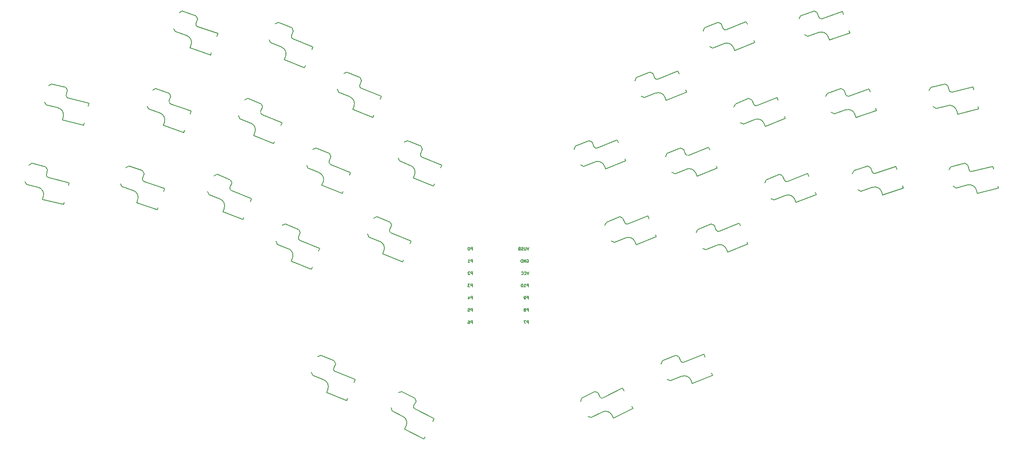
<source format=gbo>
G04 #@! TF.GenerationSoftware,KiCad,Pcbnew,7.0.5-0*
G04 #@! TF.CreationDate,2023-07-18T22:32:37-04:00*
G04 #@! TF.ProjectId,tern,7465726e-2e6b-4696-9361-645f70636258,v1.0.0*
G04 #@! TF.SameCoordinates,Original*
G04 #@! TF.FileFunction,Legend,Bot*
G04 #@! TF.FilePolarity,Positive*
%FSLAX46Y46*%
G04 Gerber Fmt 4.6, Leading zero omitted, Abs format (unit mm)*
G04 Created by KiCad (PCBNEW 7.0.5-0) date 2023-07-18 22:32:37*
%MOMM*%
%LPD*%
G01*
G04 APERTURE LIST*
G04 Aperture macros list*
%AMRotRect*
0 Rectangle, with rotation*
0 The origin of the aperture is its center*
0 $1 length*
0 $2 width*
0 $3 Rotation angle, in degrees counterclockwise*
0 Add horizontal line*
21,1,$1,$2,0,0,$3*%
G04 Aperture macros list end*
%ADD10C,0.150000*%
%ADD11O,2.750000X1.800000*%
%ADD12R,2.750000X1.800000*%
%ADD13C,1.701800*%
%ADD14C,3.000000*%
%ADD15C,3.429000*%
%ADD16RotRect,2.600000X2.600000X19.000000*%
%ADD17RotRect,2.600000X2.600000X22.000000*%
%ADD18RotRect,2.600000X2.600000X341.000000*%
%ADD19RotRect,2.600000X2.600000X346.000000*%
%ADD20RotRect,2.600000X2.600000X338.000000*%
%ADD21RotRect,2.600000X2.600000X14.000000*%
%ADD22C,2.200000*%
%ADD23C,4.400000*%
%ADD24RotRect,2.600000X2.600000X333.000000*%
%ADD25RotRect,2.600000X2.600000X27.000000*%
G04 APERTURE END LIST*
D10*
X227522256Y-164759353D02*
X227522256Y-164159353D01*
X227522256Y-164159353D02*
X227293685Y-164159353D01*
X227293685Y-164159353D02*
X227236542Y-164187924D01*
X227236542Y-164187924D02*
X227207971Y-164216496D01*
X227207971Y-164216496D02*
X227179399Y-164273639D01*
X227179399Y-164273639D02*
X227179399Y-164359353D01*
X227179399Y-164359353D02*
X227207971Y-164416496D01*
X227207971Y-164416496D02*
X227236542Y-164445067D01*
X227236542Y-164445067D02*
X227293685Y-164473639D01*
X227293685Y-164473639D02*
X227522256Y-164473639D01*
X226607971Y-164759353D02*
X226950828Y-164759353D01*
X226779399Y-164759353D02*
X226779399Y-164159353D01*
X226779399Y-164159353D02*
X226836542Y-164245067D01*
X226836542Y-164245067D02*
X226893685Y-164302210D01*
X226893685Y-164302210D02*
X226950828Y-164330782D01*
X239153459Y-174919353D02*
X239153459Y-174319353D01*
X239153459Y-174319353D02*
X238924888Y-174319353D01*
X238924888Y-174319353D02*
X238867745Y-174347924D01*
X238867745Y-174347924D02*
X238839174Y-174376496D01*
X238839174Y-174376496D02*
X238810602Y-174433639D01*
X238810602Y-174433639D02*
X238810602Y-174519353D01*
X238810602Y-174519353D02*
X238839174Y-174576496D01*
X238839174Y-174576496D02*
X238867745Y-174605067D01*
X238867745Y-174605067D02*
X238924888Y-174633639D01*
X238924888Y-174633639D02*
X239153459Y-174633639D01*
X238467745Y-174576496D02*
X238524888Y-174547924D01*
X238524888Y-174547924D02*
X238553459Y-174519353D01*
X238553459Y-174519353D02*
X238582031Y-174462210D01*
X238582031Y-174462210D02*
X238582031Y-174433639D01*
X238582031Y-174433639D02*
X238553459Y-174376496D01*
X238553459Y-174376496D02*
X238524888Y-174347924D01*
X238524888Y-174347924D02*
X238467745Y-174319353D01*
X238467745Y-174319353D02*
X238353459Y-174319353D01*
X238353459Y-174319353D02*
X238296317Y-174347924D01*
X238296317Y-174347924D02*
X238267745Y-174376496D01*
X238267745Y-174376496D02*
X238239174Y-174433639D01*
X238239174Y-174433639D02*
X238239174Y-174462210D01*
X238239174Y-174462210D02*
X238267745Y-174519353D01*
X238267745Y-174519353D02*
X238296317Y-174547924D01*
X238296317Y-174547924D02*
X238353459Y-174576496D01*
X238353459Y-174576496D02*
X238467745Y-174576496D01*
X238467745Y-174576496D02*
X238524888Y-174605067D01*
X238524888Y-174605067D02*
X238553459Y-174633639D01*
X238553459Y-174633639D02*
X238582031Y-174690782D01*
X238582031Y-174690782D02*
X238582031Y-174805067D01*
X238582031Y-174805067D02*
X238553459Y-174862210D01*
X238553459Y-174862210D02*
X238524888Y-174890782D01*
X238524888Y-174890782D02*
X238467745Y-174919353D01*
X238467745Y-174919353D02*
X238353459Y-174919353D01*
X238353459Y-174919353D02*
X238296317Y-174890782D01*
X238296317Y-174890782D02*
X238267745Y-174862210D01*
X238267745Y-174862210D02*
X238239174Y-174805067D01*
X238239174Y-174805067D02*
X238239174Y-174690782D01*
X238239174Y-174690782D02*
X238267745Y-174633639D01*
X238267745Y-174633639D02*
X238296317Y-174605067D01*
X238296317Y-174605067D02*
X238353459Y-174576496D01*
X227522256Y-174919353D02*
X227522256Y-174319353D01*
X227522256Y-174319353D02*
X227293685Y-174319353D01*
X227293685Y-174319353D02*
X227236542Y-174347924D01*
X227236542Y-174347924D02*
X227207971Y-174376496D01*
X227207971Y-174376496D02*
X227179399Y-174433639D01*
X227179399Y-174433639D02*
X227179399Y-174519353D01*
X227179399Y-174519353D02*
X227207971Y-174576496D01*
X227207971Y-174576496D02*
X227236542Y-174605067D01*
X227236542Y-174605067D02*
X227293685Y-174633639D01*
X227293685Y-174633639D02*
X227522256Y-174633639D01*
X226636542Y-174319353D02*
X226922256Y-174319353D01*
X226922256Y-174319353D02*
X226950828Y-174605067D01*
X226950828Y-174605067D02*
X226922256Y-174576496D01*
X226922256Y-174576496D02*
X226865114Y-174547924D01*
X226865114Y-174547924D02*
X226722256Y-174547924D01*
X226722256Y-174547924D02*
X226665114Y-174576496D01*
X226665114Y-174576496D02*
X226636542Y-174605067D01*
X226636542Y-174605067D02*
X226607971Y-174662210D01*
X226607971Y-174662210D02*
X226607971Y-174805067D01*
X226607971Y-174805067D02*
X226636542Y-174862210D01*
X226636542Y-174862210D02*
X226665114Y-174890782D01*
X226665114Y-174890782D02*
X226722256Y-174919353D01*
X226722256Y-174919353D02*
X226865114Y-174919353D01*
X226865114Y-174919353D02*
X226922256Y-174890782D01*
X226922256Y-174890782D02*
X226950828Y-174862210D01*
X239153459Y-177459353D02*
X239153459Y-176859353D01*
X239153459Y-176859353D02*
X238924888Y-176859353D01*
X238924888Y-176859353D02*
X238867745Y-176887924D01*
X238867745Y-176887924D02*
X238839174Y-176916496D01*
X238839174Y-176916496D02*
X238810602Y-176973639D01*
X238810602Y-176973639D02*
X238810602Y-177059353D01*
X238810602Y-177059353D02*
X238839174Y-177116496D01*
X238839174Y-177116496D02*
X238867745Y-177145067D01*
X238867745Y-177145067D02*
X238924888Y-177173639D01*
X238924888Y-177173639D02*
X239153459Y-177173639D01*
X238610602Y-176859353D02*
X238210602Y-176859353D01*
X238210602Y-176859353D02*
X238467745Y-177459353D01*
X239239174Y-166699353D02*
X239039174Y-167299353D01*
X239039174Y-167299353D02*
X238839174Y-166699353D01*
X238296316Y-167242210D02*
X238324888Y-167270782D01*
X238324888Y-167270782D02*
X238410602Y-167299353D01*
X238410602Y-167299353D02*
X238467745Y-167299353D01*
X238467745Y-167299353D02*
X238553459Y-167270782D01*
X238553459Y-167270782D02*
X238610602Y-167213639D01*
X238610602Y-167213639D02*
X238639173Y-167156496D01*
X238639173Y-167156496D02*
X238667745Y-167042210D01*
X238667745Y-167042210D02*
X238667745Y-166956496D01*
X238667745Y-166956496D02*
X238639173Y-166842210D01*
X238639173Y-166842210D02*
X238610602Y-166785067D01*
X238610602Y-166785067D02*
X238553459Y-166727924D01*
X238553459Y-166727924D02*
X238467745Y-166699353D01*
X238467745Y-166699353D02*
X238410602Y-166699353D01*
X238410602Y-166699353D02*
X238324888Y-166727924D01*
X238324888Y-166727924D02*
X238296316Y-166756496D01*
X237696316Y-167242210D02*
X237724888Y-167270782D01*
X237724888Y-167270782D02*
X237810602Y-167299353D01*
X237810602Y-167299353D02*
X237867745Y-167299353D01*
X237867745Y-167299353D02*
X237953459Y-167270782D01*
X237953459Y-167270782D02*
X238010602Y-167213639D01*
X238010602Y-167213639D02*
X238039173Y-167156496D01*
X238039173Y-167156496D02*
X238067745Y-167042210D01*
X238067745Y-167042210D02*
X238067745Y-166956496D01*
X238067745Y-166956496D02*
X238039173Y-166842210D01*
X238039173Y-166842210D02*
X238010602Y-166785067D01*
X238010602Y-166785067D02*
X237953459Y-166727924D01*
X237953459Y-166727924D02*
X237867745Y-166699353D01*
X237867745Y-166699353D02*
X237810602Y-166699353D01*
X237810602Y-166699353D02*
X237724888Y-166727924D01*
X237724888Y-166727924D02*
X237696316Y-166756496D01*
X227522256Y-177459353D02*
X227522256Y-176859353D01*
X227522256Y-176859353D02*
X227293685Y-176859353D01*
X227293685Y-176859353D02*
X227236542Y-176887924D01*
X227236542Y-176887924D02*
X227207971Y-176916496D01*
X227207971Y-176916496D02*
X227179399Y-176973639D01*
X227179399Y-176973639D02*
X227179399Y-177059353D01*
X227179399Y-177059353D02*
X227207971Y-177116496D01*
X227207971Y-177116496D02*
X227236542Y-177145067D01*
X227236542Y-177145067D02*
X227293685Y-177173639D01*
X227293685Y-177173639D02*
X227522256Y-177173639D01*
X226665114Y-176859353D02*
X226779399Y-176859353D01*
X226779399Y-176859353D02*
X226836542Y-176887924D01*
X226836542Y-176887924D02*
X226865114Y-176916496D01*
X226865114Y-176916496D02*
X226922256Y-177002210D01*
X226922256Y-177002210D02*
X226950828Y-177116496D01*
X226950828Y-177116496D02*
X226950828Y-177345067D01*
X226950828Y-177345067D02*
X226922256Y-177402210D01*
X226922256Y-177402210D02*
X226893685Y-177430782D01*
X226893685Y-177430782D02*
X226836542Y-177459353D01*
X226836542Y-177459353D02*
X226722256Y-177459353D01*
X226722256Y-177459353D02*
X226665114Y-177430782D01*
X226665114Y-177430782D02*
X226636542Y-177402210D01*
X226636542Y-177402210D02*
X226607971Y-177345067D01*
X226607971Y-177345067D02*
X226607971Y-177202210D01*
X226607971Y-177202210D02*
X226636542Y-177145067D01*
X226636542Y-177145067D02*
X226665114Y-177116496D01*
X226665114Y-177116496D02*
X226722256Y-177087924D01*
X226722256Y-177087924D02*
X226836542Y-177087924D01*
X226836542Y-177087924D02*
X226893685Y-177116496D01*
X226893685Y-177116496D02*
X226922256Y-177145067D01*
X226922256Y-177145067D02*
X226950828Y-177202210D01*
X239239174Y-161619353D02*
X239039174Y-162219353D01*
X239039174Y-162219353D02*
X238839174Y-161619353D01*
X238639173Y-161619353D02*
X238639173Y-162105067D01*
X238639173Y-162105067D02*
X238610602Y-162162210D01*
X238610602Y-162162210D02*
X238582031Y-162190782D01*
X238582031Y-162190782D02*
X238524888Y-162219353D01*
X238524888Y-162219353D02*
X238410602Y-162219353D01*
X238410602Y-162219353D02*
X238353459Y-162190782D01*
X238353459Y-162190782D02*
X238324888Y-162162210D01*
X238324888Y-162162210D02*
X238296316Y-162105067D01*
X238296316Y-162105067D02*
X238296316Y-161619353D01*
X238039174Y-162190782D02*
X237953460Y-162219353D01*
X237953460Y-162219353D02*
X237810602Y-162219353D01*
X237810602Y-162219353D02*
X237753460Y-162190782D01*
X237753460Y-162190782D02*
X237724888Y-162162210D01*
X237724888Y-162162210D02*
X237696317Y-162105067D01*
X237696317Y-162105067D02*
X237696317Y-162047924D01*
X237696317Y-162047924D02*
X237724888Y-161990782D01*
X237724888Y-161990782D02*
X237753460Y-161962210D01*
X237753460Y-161962210D02*
X237810602Y-161933639D01*
X237810602Y-161933639D02*
X237924888Y-161905067D01*
X237924888Y-161905067D02*
X237982031Y-161876496D01*
X237982031Y-161876496D02*
X238010602Y-161847924D01*
X238010602Y-161847924D02*
X238039174Y-161790782D01*
X238039174Y-161790782D02*
X238039174Y-161733639D01*
X238039174Y-161733639D02*
X238010602Y-161676496D01*
X238010602Y-161676496D02*
X237982031Y-161647924D01*
X237982031Y-161647924D02*
X237924888Y-161619353D01*
X237924888Y-161619353D02*
X237782031Y-161619353D01*
X237782031Y-161619353D02*
X237696317Y-161647924D01*
X237239173Y-161905067D02*
X237153459Y-161933639D01*
X237153459Y-161933639D02*
X237124888Y-161962210D01*
X237124888Y-161962210D02*
X237096316Y-162019353D01*
X237096316Y-162019353D02*
X237096316Y-162105067D01*
X237096316Y-162105067D02*
X237124888Y-162162210D01*
X237124888Y-162162210D02*
X237153459Y-162190782D01*
X237153459Y-162190782D02*
X237210602Y-162219353D01*
X237210602Y-162219353D02*
X237439173Y-162219353D01*
X237439173Y-162219353D02*
X237439173Y-161619353D01*
X237439173Y-161619353D02*
X237239173Y-161619353D01*
X237239173Y-161619353D02*
X237182031Y-161647924D01*
X237182031Y-161647924D02*
X237153459Y-161676496D01*
X237153459Y-161676496D02*
X237124888Y-161733639D01*
X237124888Y-161733639D02*
X237124888Y-161790782D01*
X237124888Y-161790782D02*
X237153459Y-161847924D01*
X237153459Y-161847924D02*
X237182031Y-161876496D01*
X237182031Y-161876496D02*
X237239173Y-161905067D01*
X237239173Y-161905067D02*
X237439173Y-161905067D01*
X227522256Y-167299353D02*
X227522256Y-166699353D01*
X227522256Y-166699353D02*
X227293685Y-166699353D01*
X227293685Y-166699353D02*
X227236542Y-166727924D01*
X227236542Y-166727924D02*
X227207971Y-166756496D01*
X227207971Y-166756496D02*
X227179399Y-166813639D01*
X227179399Y-166813639D02*
X227179399Y-166899353D01*
X227179399Y-166899353D02*
X227207971Y-166956496D01*
X227207971Y-166956496D02*
X227236542Y-166985067D01*
X227236542Y-166985067D02*
X227293685Y-167013639D01*
X227293685Y-167013639D02*
X227522256Y-167013639D01*
X226950828Y-166756496D02*
X226922256Y-166727924D01*
X226922256Y-166727924D02*
X226865114Y-166699353D01*
X226865114Y-166699353D02*
X226722256Y-166699353D01*
X226722256Y-166699353D02*
X226665114Y-166727924D01*
X226665114Y-166727924D02*
X226636542Y-166756496D01*
X226636542Y-166756496D02*
X226607971Y-166813639D01*
X226607971Y-166813639D02*
X226607971Y-166870782D01*
X226607971Y-166870782D02*
X226636542Y-166956496D01*
X226636542Y-166956496D02*
X226979399Y-167299353D01*
X226979399Y-167299353D02*
X226607971Y-167299353D01*
X227522256Y-172379353D02*
X227522256Y-171779353D01*
X227522256Y-171779353D02*
X227293685Y-171779353D01*
X227293685Y-171779353D02*
X227236542Y-171807924D01*
X227236542Y-171807924D02*
X227207971Y-171836496D01*
X227207971Y-171836496D02*
X227179399Y-171893639D01*
X227179399Y-171893639D02*
X227179399Y-171979353D01*
X227179399Y-171979353D02*
X227207971Y-172036496D01*
X227207971Y-172036496D02*
X227236542Y-172065067D01*
X227236542Y-172065067D02*
X227293685Y-172093639D01*
X227293685Y-172093639D02*
X227522256Y-172093639D01*
X226665114Y-171979353D02*
X226665114Y-172379353D01*
X226807971Y-171750782D02*
X226950828Y-172179353D01*
X226950828Y-172179353D02*
X226579399Y-172179353D01*
X227522256Y-169839353D02*
X227522256Y-169239353D01*
X227522256Y-169239353D02*
X227293685Y-169239353D01*
X227293685Y-169239353D02*
X227236542Y-169267924D01*
X227236542Y-169267924D02*
X227207971Y-169296496D01*
X227207971Y-169296496D02*
X227179399Y-169353639D01*
X227179399Y-169353639D02*
X227179399Y-169439353D01*
X227179399Y-169439353D02*
X227207971Y-169496496D01*
X227207971Y-169496496D02*
X227236542Y-169525067D01*
X227236542Y-169525067D02*
X227293685Y-169553639D01*
X227293685Y-169553639D02*
X227522256Y-169553639D01*
X226979399Y-169239353D02*
X226607971Y-169239353D01*
X226607971Y-169239353D02*
X226807971Y-169467924D01*
X226807971Y-169467924D02*
X226722256Y-169467924D01*
X226722256Y-169467924D02*
X226665114Y-169496496D01*
X226665114Y-169496496D02*
X226636542Y-169525067D01*
X226636542Y-169525067D02*
X226607971Y-169582210D01*
X226607971Y-169582210D02*
X226607971Y-169725067D01*
X226607971Y-169725067D02*
X226636542Y-169782210D01*
X226636542Y-169782210D02*
X226665114Y-169810782D01*
X226665114Y-169810782D02*
X226722256Y-169839353D01*
X226722256Y-169839353D02*
X226893685Y-169839353D01*
X226893685Y-169839353D02*
X226950828Y-169810782D01*
X226950828Y-169810782D02*
X226979399Y-169782210D01*
X238839174Y-164187924D02*
X238896317Y-164159353D01*
X238896317Y-164159353D02*
X238982031Y-164159353D01*
X238982031Y-164159353D02*
X239067745Y-164187924D01*
X239067745Y-164187924D02*
X239124888Y-164245067D01*
X239124888Y-164245067D02*
X239153459Y-164302210D01*
X239153459Y-164302210D02*
X239182031Y-164416496D01*
X239182031Y-164416496D02*
X239182031Y-164502210D01*
X239182031Y-164502210D02*
X239153459Y-164616496D01*
X239153459Y-164616496D02*
X239124888Y-164673639D01*
X239124888Y-164673639D02*
X239067745Y-164730782D01*
X239067745Y-164730782D02*
X238982031Y-164759353D01*
X238982031Y-164759353D02*
X238924888Y-164759353D01*
X238924888Y-164759353D02*
X238839174Y-164730782D01*
X238839174Y-164730782D02*
X238810602Y-164702210D01*
X238810602Y-164702210D02*
X238810602Y-164502210D01*
X238810602Y-164502210D02*
X238924888Y-164502210D01*
X238553459Y-164759353D02*
X238553459Y-164159353D01*
X238553459Y-164159353D02*
X238210602Y-164759353D01*
X238210602Y-164759353D02*
X238210602Y-164159353D01*
X237924888Y-164759353D02*
X237924888Y-164159353D01*
X237924888Y-164159353D02*
X237782031Y-164159353D01*
X237782031Y-164159353D02*
X237696317Y-164187924D01*
X237696317Y-164187924D02*
X237639174Y-164245067D01*
X237639174Y-164245067D02*
X237610603Y-164302210D01*
X237610603Y-164302210D02*
X237582031Y-164416496D01*
X237582031Y-164416496D02*
X237582031Y-164502210D01*
X237582031Y-164502210D02*
X237610603Y-164616496D01*
X237610603Y-164616496D02*
X237639174Y-164673639D01*
X237639174Y-164673639D02*
X237696317Y-164730782D01*
X237696317Y-164730782D02*
X237782031Y-164759353D01*
X237782031Y-164759353D02*
X237924888Y-164759353D01*
X239153459Y-172379353D02*
X239153459Y-171779353D01*
X239153459Y-171779353D02*
X238924888Y-171779353D01*
X238924888Y-171779353D02*
X238867745Y-171807924D01*
X238867745Y-171807924D02*
X238839174Y-171836496D01*
X238839174Y-171836496D02*
X238810602Y-171893639D01*
X238810602Y-171893639D02*
X238810602Y-171979353D01*
X238810602Y-171979353D02*
X238839174Y-172036496D01*
X238839174Y-172036496D02*
X238867745Y-172065067D01*
X238867745Y-172065067D02*
X238924888Y-172093639D01*
X238924888Y-172093639D02*
X239153459Y-172093639D01*
X238524888Y-172379353D02*
X238410602Y-172379353D01*
X238410602Y-172379353D02*
X238353459Y-172350782D01*
X238353459Y-172350782D02*
X238324888Y-172322210D01*
X238324888Y-172322210D02*
X238267745Y-172236496D01*
X238267745Y-172236496D02*
X238239174Y-172122210D01*
X238239174Y-172122210D02*
X238239174Y-171893639D01*
X238239174Y-171893639D02*
X238267745Y-171836496D01*
X238267745Y-171836496D02*
X238296317Y-171807924D01*
X238296317Y-171807924D02*
X238353459Y-171779353D01*
X238353459Y-171779353D02*
X238467745Y-171779353D01*
X238467745Y-171779353D02*
X238524888Y-171807924D01*
X238524888Y-171807924D02*
X238553459Y-171836496D01*
X238553459Y-171836496D02*
X238582031Y-171893639D01*
X238582031Y-171893639D02*
X238582031Y-172036496D01*
X238582031Y-172036496D02*
X238553459Y-172093639D01*
X238553459Y-172093639D02*
X238524888Y-172122210D01*
X238524888Y-172122210D02*
X238467745Y-172150782D01*
X238467745Y-172150782D02*
X238353459Y-172150782D01*
X238353459Y-172150782D02*
X238296317Y-172122210D01*
X238296317Y-172122210D02*
X238267745Y-172093639D01*
X238267745Y-172093639D02*
X238239174Y-172036496D01*
X227522256Y-162219353D02*
X227522256Y-161619353D01*
X227522256Y-161619353D02*
X227293685Y-161619353D01*
X227293685Y-161619353D02*
X227236542Y-161647924D01*
X227236542Y-161647924D02*
X227207971Y-161676496D01*
X227207971Y-161676496D02*
X227179399Y-161733639D01*
X227179399Y-161733639D02*
X227179399Y-161819353D01*
X227179399Y-161819353D02*
X227207971Y-161876496D01*
X227207971Y-161876496D02*
X227236542Y-161905067D01*
X227236542Y-161905067D02*
X227293685Y-161933639D01*
X227293685Y-161933639D02*
X227522256Y-161933639D01*
X226807971Y-161619353D02*
X226750828Y-161619353D01*
X226750828Y-161619353D02*
X226693685Y-161647924D01*
X226693685Y-161647924D02*
X226665114Y-161676496D01*
X226665114Y-161676496D02*
X226636542Y-161733639D01*
X226636542Y-161733639D02*
X226607971Y-161847924D01*
X226607971Y-161847924D02*
X226607971Y-161990782D01*
X226607971Y-161990782D02*
X226636542Y-162105067D01*
X226636542Y-162105067D02*
X226665114Y-162162210D01*
X226665114Y-162162210D02*
X226693685Y-162190782D01*
X226693685Y-162190782D02*
X226750828Y-162219353D01*
X226750828Y-162219353D02*
X226807971Y-162219353D01*
X226807971Y-162219353D02*
X226865114Y-162190782D01*
X226865114Y-162190782D02*
X226893685Y-162162210D01*
X226893685Y-162162210D02*
X226922256Y-162105067D01*
X226922256Y-162105067D02*
X226950828Y-161990782D01*
X226950828Y-161990782D02*
X226950828Y-161847924D01*
X226950828Y-161847924D02*
X226922256Y-161733639D01*
X226922256Y-161733639D02*
X226893685Y-161676496D01*
X226893685Y-161676496D02*
X226865114Y-161647924D01*
X226865114Y-161647924D02*
X226807971Y-161619353D01*
X239153459Y-169839353D02*
X239153459Y-169239353D01*
X239153459Y-169239353D02*
X238924888Y-169239353D01*
X238924888Y-169239353D02*
X238867745Y-169267924D01*
X238867745Y-169267924D02*
X238839174Y-169296496D01*
X238839174Y-169296496D02*
X238810602Y-169353639D01*
X238810602Y-169353639D02*
X238810602Y-169439353D01*
X238810602Y-169439353D02*
X238839174Y-169496496D01*
X238839174Y-169496496D02*
X238867745Y-169525067D01*
X238867745Y-169525067D02*
X238924888Y-169553639D01*
X238924888Y-169553639D02*
X239153459Y-169553639D01*
X238239174Y-169839353D02*
X238582031Y-169839353D01*
X238410602Y-169839353D02*
X238410602Y-169239353D01*
X238410602Y-169239353D02*
X238467745Y-169325067D01*
X238467745Y-169325067D02*
X238524888Y-169382210D01*
X238524888Y-169382210D02*
X238582031Y-169410782D01*
X237867745Y-169239353D02*
X237810602Y-169239353D01*
X237810602Y-169239353D02*
X237753459Y-169267924D01*
X237753459Y-169267924D02*
X237724888Y-169296496D01*
X237724888Y-169296496D02*
X237696316Y-169353639D01*
X237696316Y-169353639D02*
X237667745Y-169467924D01*
X237667745Y-169467924D02*
X237667745Y-169610782D01*
X237667745Y-169610782D02*
X237696316Y-169725067D01*
X237696316Y-169725067D02*
X237724888Y-169782210D01*
X237724888Y-169782210D02*
X237753459Y-169810782D01*
X237753459Y-169810782D02*
X237810602Y-169839353D01*
X237810602Y-169839353D02*
X237867745Y-169839353D01*
X237867745Y-169839353D02*
X237924888Y-169810782D01*
X237924888Y-169810782D02*
X237953459Y-169782210D01*
X237953459Y-169782210D02*
X237982030Y-169725067D01*
X237982030Y-169725067D02*
X238010602Y-169610782D01*
X238010602Y-169610782D02*
X238010602Y-169467924D01*
X238010602Y-169467924D02*
X237982030Y-169353639D01*
X237982030Y-169353639D02*
X237953459Y-169296496D01*
X237953459Y-169296496D02*
X237924888Y-169267924D01*
X237924888Y-169267924D02*
X237867745Y-169239353D01*
X249963239Y-193572220D02*
X250181747Y-192899721D01*
X251552206Y-196690743D02*
X252224704Y-196909251D01*
X250181747Y-192899721D02*
X252854767Y-191537750D01*
X252224704Y-196909251D02*
X254452221Y-195774274D01*
X252854767Y-191537750D02*
X253527265Y-191756258D01*
X253981256Y-192647264D02*
X253527265Y-191756258D01*
X256469716Y-196429798D02*
X256787510Y-197053503D01*
X256787510Y-197053503D02*
X260797039Y-195010546D01*
X258663284Y-190822815D02*
X254653754Y-192865772D01*
X258935678Y-191357419D02*
X258663284Y-190822815D01*
X260797039Y-195010546D02*
X260570044Y-194565042D01*
X256469715Y-196429799D02*
G75*
G03*
X254452221Y-195774275I-1336509J-680985D01*
G01*
X253981257Y-192647264D02*
G75*
G03*
X254653754Y-192865771I445502J226995D01*
G01*
X266631523Y-185784305D02*
X266907811Y-185133409D01*
X267942646Y-189029448D02*
X268593541Y-189305737D01*
X266907811Y-185133409D02*
X269689363Y-184009590D01*
X268593541Y-189305737D02*
X270911500Y-188369220D01*
X269689363Y-184009590D02*
X270340258Y-184285878D01*
X270714865Y-185213062D02*
X270340258Y-184285878D01*
X272864186Y-189198086D02*
X273126411Y-189847115D01*
X273126411Y-189847115D02*
X277298738Y-188161385D01*
X275538087Y-183803621D02*
X271365760Y-185489351D01*
X275762851Y-184359931D02*
X275538087Y-183803621D01*
X277298738Y-188161385D02*
X277111435Y-187697793D01*
X272864186Y-189198086D02*
G75*
G03*
X270911500Y-188369220I-1390776J-561910D01*
G01*
X270714864Y-185213062D02*
G75*
G03*
X271365760Y-185489351I463592J187303D01*
G01*
X195449739Y-184285878D02*
X196100634Y-184009590D01*
X194138616Y-187531022D02*
X194414905Y-188181917D01*
X196100634Y-184009590D02*
X198882186Y-185133409D01*
X194414905Y-188181917D02*
X196732864Y-189118433D01*
X198882186Y-185133409D02*
X199158474Y-185784305D01*
X198783868Y-186711488D02*
X199158474Y-185784305D01*
X197561730Y-191071119D02*
X197299506Y-191720148D01*
X197299506Y-191720148D02*
X201471833Y-193405877D01*
X203232484Y-189048113D02*
X199060157Y-187362384D01*
X203007720Y-189604424D02*
X203232484Y-189048113D01*
X201471833Y-193405877D02*
X201659136Y-192942285D01*
X197561730Y-191071119D02*
G75*
G03*
X196732864Y-189118433I-1390776J561910D01*
G01*
X198783869Y-186711488D02*
G75*
G03*
X199060157Y-187362383I463591J-187304D01*
G01*
X161216818Y-128967287D02*
X161852361Y-128657311D01*
X160077329Y-132276602D02*
X160387304Y-132912145D01*
X161852361Y-128657311D02*
X164688917Y-129634016D01*
X160387304Y-132912145D02*
X162751101Y-133726065D01*
X164688917Y-129634016D02*
X164998892Y-130269559D01*
X164673324Y-131215078D02*
X164998892Y-130269559D01*
X163681026Y-135632696D02*
X163453129Y-136294559D01*
X163453129Y-136294559D02*
X167707962Y-137759615D01*
X169238133Y-133315678D02*
X164983299Y-131850621D01*
X169042792Y-133882989D02*
X169238133Y-133315678D01*
X167707962Y-137759615D02*
X167870746Y-137286856D01*
X163681027Y-135632696D02*
G75*
G03*
X162751101Y-133726065I-1418278J488353D01*
G01*
X164673325Y-131215078D02*
G75*
G03*
X164983299Y-131850620I472758J-162784D01*
G01*
X267596693Y-142792232D02*
X267872981Y-142141336D01*
X268907816Y-146037375D02*
X269558711Y-146313664D01*
X267872981Y-142141336D02*
X270654533Y-141017517D01*
X269558711Y-146313664D02*
X271876670Y-145377147D01*
X270654533Y-141017517D02*
X271305428Y-141293805D01*
X271680035Y-142220989D02*
X271305428Y-141293805D01*
X273829356Y-146206013D02*
X274091581Y-146855042D01*
X274091581Y-146855042D02*
X278263908Y-145169312D01*
X276503257Y-140811548D02*
X272330930Y-142497278D01*
X276728021Y-141367858D02*
X276503257Y-140811548D01*
X278263908Y-145169312D02*
X278076605Y-144705720D01*
X273829356Y-146206013D02*
G75*
G03*
X271876670Y-145377147I-1390776J-561910D01*
G01*
X271680034Y-142220989D02*
G75*
G03*
X272330930Y-142497278I463592J187303D01*
G01*
X306325762Y-146343374D02*
X306635737Y-145707831D01*
X307465251Y-149652689D02*
X308100794Y-149962665D01*
X306635737Y-145707831D02*
X309472293Y-144731126D01*
X308100794Y-149962665D02*
X310464590Y-149148744D01*
X309472293Y-144731126D02*
X310107836Y-145041102D01*
X310433405Y-145986620D02*
X310107836Y-145041102D01*
X312371220Y-150078670D02*
X312599118Y-150740533D01*
X312599118Y-150740533D02*
X316853952Y-149275476D01*
X315323781Y-144831539D02*
X311068948Y-146296595D01*
X315519122Y-145398850D02*
X315323781Y-144831539D01*
X316853952Y-149275476D02*
X316691168Y-148802717D01*
X312371221Y-150078670D02*
G75*
G03*
X310464590Y-149148744I-1418278J-488352D01*
G01*
X310433406Y-145986620D02*
G75*
G03*
X311068948Y-146296594I472758J162784D01*
G01*
X326343924Y-145510787D02*
X326708111Y-144904678D01*
X327190651Y-148906822D02*
X327796759Y-149271009D01*
X326708111Y-144904678D02*
X329618998Y-144178912D01*
X327796759Y-149271009D02*
X330222499Y-148666204D01*
X329618998Y-144178912D02*
X330225107Y-144543099D01*
X330467029Y-145513395D02*
X330225107Y-144543099D01*
X332040825Y-149758765D02*
X332210170Y-150437972D01*
X332210170Y-150437972D02*
X336576501Y-149349323D01*
X335439468Y-144788933D02*
X331073138Y-145877582D01*
X335584621Y-145371111D02*
X335439468Y-144788933D01*
X336576501Y-149349323D02*
X336455540Y-148864175D01*
X332040826Y-149758765D02*
G75*
G03*
X330222499Y-148666204I-1455444J-362883D01*
G01*
X330467029Y-145513395D02*
G75*
G03*
X331073138Y-145877582I485148J120961D01*
G01*
X300791104Y-130269562D02*
X301101079Y-129634019D01*
X301930593Y-133578877D02*
X302566136Y-133888853D01*
X301101079Y-129634019D02*
X303937635Y-128657314D01*
X302566136Y-133888853D02*
X304929932Y-133074932D01*
X303937635Y-128657314D02*
X304573178Y-128967290D01*
X304898747Y-129912808D02*
X304573178Y-128967290D01*
X306836562Y-134004858D02*
X307064460Y-134666721D01*
X307064460Y-134666721D02*
X311319294Y-133201664D01*
X309789123Y-128757727D02*
X305534290Y-130222783D01*
X309984464Y-129325038D02*
X309789123Y-128757727D01*
X311319294Y-133201664D02*
X311156510Y-132728905D01*
X306836563Y-134004858D02*
G75*
G03*
X304929932Y-133074932I-1418278J-488352D01*
G01*
X304898748Y-129912808D02*
G75*
G03*
X305534290Y-130222782I472758J162784D01*
G01*
X255018724Y-157041607D02*
X255295012Y-156390711D01*
X256329847Y-160286750D02*
X256980742Y-160563039D01*
X255295012Y-156390711D02*
X258076564Y-155266892D01*
X256980742Y-160563039D02*
X259298701Y-159626522D01*
X258076564Y-155266892D02*
X258727459Y-155543180D01*
X259102066Y-156470364D02*
X258727459Y-155543180D01*
X261251387Y-160455388D02*
X261513612Y-161104417D01*
X261513612Y-161104417D02*
X265685939Y-159418687D01*
X263925288Y-155060923D02*
X259752961Y-156746653D01*
X264150052Y-155617233D02*
X263925288Y-155060923D01*
X265685939Y-159418687D02*
X265498636Y-158955095D01*
X261251387Y-160455388D02*
G75*
G03*
X259298701Y-159626522I-1390776J-561910D01*
G01*
X259102065Y-156470364D02*
G75*
G03*
X259752961Y-156746653I463592J187303D01*
G01*
X188116264Y-157055929D02*
X188767159Y-156779641D01*
X186805141Y-160301073D02*
X187081430Y-160951968D01*
X188767159Y-156779641D02*
X191548711Y-157903460D01*
X187081430Y-160951968D02*
X189399389Y-161888484D01*
X191548711Y-157903460D02*
X191824999Y-158554356D01*
X191450393Y-159481539D02*
X191824999Y-158554356D01*
X190228255Y-163841170D02*
X189966031Y-164490199D01*
X189966031Y-164490199D02*
X194138358Y-166175928D01*
X195899009Y-161818164D02*
X191726682Y-160132435D01*
X195674245Y-162374475D02*
X195899009Y-161818164D01*
X194138358Y-166175928D02*
X194325661Y-165712336D01*
X190228255Y-163841170D02*
G75*
G03*
X189399389Y-161888484I-1390776J561910D01*
G01*
X191450394Y-159481539D02*
G75*
G03*
X191726682Y-160132434I463591J-187304D01*
G01*
X213430857Y-139781056D02*
X214081752Y-139504768D01*
X212119734Y-143026200D02*
X212396023Y-143677095D01*
X214081752Y-139504768D02*
X216863304Y-140628587D01*
X212396023Y-143677095D02*
X214713982Y-144613611D01*
X216863304Y-140628587D02*
X217139592Y-141279483D01*
X216764986Y-142206666D02*
X217139592Y-141279483D01*
X215542848Y-146566297D02*
X215280624Y-147215326D01*
X215280624Y-147215326D02*
X219452951Y-148901055D01*
X221213602Y-144543291D02*
X217041275Y-142857562D01*
X220988838Y-145099602D02*
X221213602Y-144543291D01*
X219452951Y-148901055D02*
X219640254Y-148437463D01*
X215542848Y-146566297D02*
G75*
G03*
X214713982Y-144613611I-1390776J561910D01*
G01*
X216764987Y-142206666D02*
G75*
G03*
X217041275Y-142857561I463591J-187304D01*
G01*
X139677566Y-128048067D02*
X140283675Y-127683880D01*
X138830840Y-131444102D02*
X139195026Y-132050211D01*
X140283675Y-127683880D02*
X143194562Y-128409646D01*
X139195026Y-132050211D02*
X141620766Y-132655016D01*
X143194562Y-128409646D02*
X143558749Y-129015755D01*
X143316827Y-129986050D02*
X143558749Y-129015755D01*
X142713326Y-134473342D02*
X142543981Y-135152549D01*
X142543981Y-135152549D02*
X146910312Y-136241198D01*
X148047345Y-131680808D02*
X143681014Y-130592159D01*
X147902192Y-132262985D02*
X148047345Y-131680808D01*
X146910312Y-136241198D02*
X147031273Y-135756050D01*
X142713326Y-134473342D02*
G75*
G03*
X141620766Y-132655016I-1455443J362883D01*
G01*
X143316827Y-129986050D02*
G75*
G03*
X143681014Y-130592159I485148J-120961D01*
G01*
X248650407Y-141279481D02*
X248926695Y-140628585D01*
X249961530Y-144524624D02*
X250612425Y-144800913D01*
X248926695Y-140628585D02*
X251708247Y-139504766D01*
X250612425Y-144800913D02*
X252930384Y-143864396D01*
X251708247Y-139504766D02*
X252359142Y-139781054D01*
X252733749Y-140708238D02*
X252359142Y-139781054D01*
X254883070Y-144693262D02*
X255145295Y-145342291D01*
X255145295Y-145342291D02*
X259317622Y-143656561D01*
X257556971Y-139298797D02*
X253384644Y-140984527D01*
X257781735Y-139855107D02*
X257556971Y-139298797D01*
X259317622Y-143656561D02*
X259130319Y-143192969D01*
X254883070Y-144693262D02*
G75*
G03*
X252930384Y-143864396I-1390776J-561910D01*
G01*
X252733748Y-140708238D02*
G75*
G03*
X253384644Y-140984527I463592J187303D01*
G01*
X155682162Y-145041103D02*
X156317705Y-144731127D01*
X154542673Y-148350418D02*
X154852648Y-148985961D01*
X156317705Y-144731127D02*
X159154261Y-145707832D01*
X154852648Y-148985961D02*
X157216445Y-149799881D01*
X159154261Y-145707832D02*
X159464236Y-146343375D01*
X159138668Y-147288894D02*
X159464236Y-146343375D01*
X158146370Y-151706512D02*
X157918473Y-152368375D01*
X157918473Y-152368375D02*
X162173306Y-153833431D01*
X163703477Y-149389494D02*
X159448643Y-147924437D01*
X163508136Y-149956805D02*
X163703477Y-149389494D01*
X162173306Y-153833431D02*
X162336090Y-153360672D01*
X158146371Y-151706512D02*
G75*
G03*
X157216445Y-149799881I-1418278J488353D01*
G01*
X159138669Y-147288894D02*
G75*
G03*
X159448643Y-147924436I472758J-162784D01*
G01*
X186682836Y-115222836D02*
X187333731Y-114946548D01*
X185371713Y-118467980D02*
X185648002Y-119118875D01*
X187333731Y-114946548D02*
X190115283Y-116070367D01*
X185648002Y-119118875D02*
X187965961Y-120055391D01*
X190115283Y-116070367D02*
X190391571Y-116721263D01*
X190016965Y-117648446D02*
X190391571Y-116721263D01*
X188794827Y-122008077D02*
X188532603Y-122657106D01*
X188532603Y-122657106D02*
X192704930Y-124342835D01*
X194465581Y-119985071D02*
X190293254Y-118299342D01*
X194240817Y-120541382D02*
X194465581Y-119985071D01*
X192704930Y-124342835D02*
X192892233Y-123879243D01*
X188794827Y-122008077D02*
G75*
G03*
X187965961Y-120055391I-1390776J561910D01*
G01*
X190016966Y-117648446D02*
G75*
G03*
X190293254Y-118299341I463591J-187304D01*
G01*
X180314522Y-130984961D02*
X180965417Y-130708673D01*
X179003399Y-134230105D02*
X179279688Y-134881000D01*
X180965417Y-130708673D02*
X183746969Y-131832492D01*
X179279688Y-134881000D02*
X181597647Y-135817516D01*
X183746969Y-131832492D02*
X184023257Y-132483388D01*
X183648651Y-133410571D02*
X184023257Y-132483388D01*
X182426513Y-137770202D02*
X182164289Y-138419231D01*
X182164289Y-138419231D02*
X186336616Y-140104960D01*
X188097267Y-135747196D02*
X183924940Y-134061467D01*
X187872503Y-136303507D02*
X188097267Y-135747196D01*
X186336616Y-140104960D02*
X186523919Y-139641368D01*
X182426513Y-137770202D02*
G75*
G03*
X181597647Y-135817516I-1390776J561910D01*
G01*
X183648652Y-133410571D02*
G75*
G03*
X183924940Y-134061466I463591J-187304D01*
G01*
X275398427Y-116721263D02*
X275674715Y-116070367D01*
X276709550Y-119966406D02*
X277360445Y-120242695D01*
X275674715Y-116070367D02*
X278456267Y-114946548D01*
X277360445Y-120242695D02*
X279678404Y-119306178D01*
X278456267Y-114946548D02*
X279107162Y-115222836D01*
X279481769Y-116150020D02*
X279107162Y-115222836D01*
X281631090Y-120135044D02*
X281893315Y-120784073D01*
X281893315Y-120784073D02*
X286065642Y-119098343D01*
X284304991Y-114740579D02*
X280132664Y-116426309D01*
X284529755Y-115296889D02*
X284304991Y-114740579D01*
X286065642Y-119098343D02*
X285878339Y-118634751D01*
X281631090Y-120135044D02*
G75*
G03*
X279678404Y-119306178I-1390776J-561910D01*
G01*
X279481768Y-116150020D02*
G75*
G03*
X280132664Y-116426309I463592J187303D01*
G01*
X281766743Y-132483388D02*
X282043031Y-131832492D01*
X283077866Y-135728531D02*
X283728761Y-136004820D01*
X282043031Y-131832492D02*
X284824583Y-130708673D01*
X283728761Y-136004820D02*
X286046720Y-135068303D01*
X284824583Y-130708673D02*
X285475478Y-130984961D01*
X285850085Y-131912145D02*
X285475478Y-130984961D01*
X287999406Y-135897169D02*
X288261631Y-136546198D01*
X288261631Y-136546198D02*
X292433958Y-134860468D01*
X290673307Y-130502704D02*
X286500980Y-132188434D01*
X290898071Y-131059014D02*
X290673307Y-130502704D01*
X292433958Y-134860468D02*
X292246655Y-134396876D01*
X287999406Y-135897169D02*
G75*
G03*
X286046720Y-135068303I-1390776J-561910D01*
G01*
X285850084Y-131912145D02*
G75*
G03*
X286500980Y-132188434I463592J187303D01*
G01*
X212262731Y-191756261D02*
X212935229Y-191537753D01*
X210673764Y-194874784D02*
X210892272Y-195547282D01*
X212935229Y-191537753D02*
X215608249Y-192899724D01*
X210892272Y-195547282D02*
X213119788Y-196682258D01*
X215608249Y-192899724D02*
X215826757Y-193572223D01*
X215372766Y-194463229D02*
X215826757Y-193572223D01*
X213775312Y-198699754D02*
X213457519Y-199323458D01*
X213457519Y-199323458D02*
X217467048Y-201366416D01*
X219600804Y-197178685D02*
X215591274Y-195135728D01*
X219328409Y-197713289D02*
X219600804Y-197178685D01*
X217467048Y-201366416D02*
X217694044Y-200920912D01*
X213775312Y-198699754D02*
G75*
G03*
X213119788Y-196682259I-1336509J680986D01*
G01*
X215372767Y-194463229D02*
G75*
G03*
X215591274Y-195135728I445503J-226996D01*
G01*
X194484577Y-141293805D02*
X195135472Y-141017517D01*
X193173454Y-144538949D02*
X193449743Y-145189844D01*
X195135472Y-141017517D02*
X197917024Y-142141336D01*
X193449743Y-145189844D02*
X195767702Y-146126360D01*
X197917024Y-142141336D02*
X198193312Y-142792232D01*
X197818706Y-143719415D02*
X198193312Y-142792232D01*
X196596568Y-148079046D02*
X196334344Y-148728075D01*
X196334344Y-148728075D02*
X200506671Y-150413804D01*
X202267322Y-146056040D02*
X198094995Y-144370311D01*
X202042558Y-146612351D02*
X202267322Y-146056040D01*
X200506671Y-150413804D02*
X200693974Y-149950212D01*
X196596568Y-148079046D02*
G75*
G03*
X195767702Y-146126360I-1390776J561910D01*
G01*
X197818707Y-143719415D02*
G75*
G03*
X198094995Y-144370310I463591J-187304D01*
G01*
X288135049Y-148245512D02*
X288411337Y-147594616D01*
X289446172Y-151490655D02*
X290097067Y-151766944D01*
X288411337Y-147594616D02*
X291192889Y-146470797D01*
X290097067Y-151766944D02*
X292415026Y-150830427D01*
X291192889Y-146470797D02*
X291843784Y-146747085D01*
X292218391Y-147674269D02*
X291843784Y-146747085D01*
X294367712Y-151659293D02*
X294629937Y-152308322D01*
X294629937Y-152308322D02*
X298802264Y-150622592D01*
X297041613Y-146264828D02*
X292869286Y-147950558D01*
X297266377Y-146821138D02*
X297041613Y-146264828D01*
X298802264Y-150622592D02*
X298614961Y-150159000D01*
X294367712Y-151659293D02*
G75*
G03*
X292415026Y-150830427I-1390776J-561910D01*
G01*
X292218390Y-147674269D02*
G75*
G03*
X292869286Y-147950558I463592J187303D01*
G01*
X322231249Y-129015758D02*
X322595436Y-128409649D01*
X323077976Y-132411793D02*
X323684084Y-132775980D01*
X322595436Y-128409649D02*
X325506323Y-127683883D01*
X323684084Y-132775980D02*
X326109824Y-132171175D01*
X325506323Y-127683883D02*
X326112432Y-128048070D01*
X326354354Y-129018366D02*
X326112432Y-128048070D01*
X327928150Y-133263736D02*
X328097495Y-133942943D01*
X328097495Y-133942943D02*
X332463826Y-132854294D01*
X331326793Y-128293904D02*
X326960463Y-129382553D01*
X331471946Y-128876082D02*
X331326793Y-128293904D01*
X332463826Y-132854294D02*
X332342865Y-132369146D01*
X327928151Y-133263736D02*
G75*
G03*
X326109824Y-132171175I-1455444J-362883D01*
G01*
X326354354Y-129018366D02*
G75*
G03*
X326960463Y-129382553I485148J120961D01*
G01*
X273965005Y-158554358D02*
X274241293Y-157903462D01*
X275276128Y-161799501D02*
X275927023Y-162075790D01*
X274241293Y-157903462D02*
X277022845Y-156779643D01*
X275927023Y-162075790D02*
X278244982Y-161139273D01*
X277022845Y-156779643D02*
X277673740Y-157055931D01*
X278048347Y-157983115D02*
X277673740Y-157055931D01*
X280197668Y-161968139D02*
X280459893Y-162617168D01*
X280459893Y-162617168D02*
X284632220Y-160931438D01*
X282871569Y-156573674D02*
X278699242Y-158259404D01*
X283096333Y-157129984D02*
X282871569Y-156573674D01*
X284632220Y-160931438D02*
X284444917Y-160467846D01*
X280197668Y-161968139D02*
G75*
G03*
X278244982Y-161139273I-1390776J-561910D01*
G01*
X278048346Y-157983115D02*
G75*
G03*
X278699242Y-158259404I463592J187303D01*
G01*
X173946211Y-146747086D02*
X174597106Y-146470798D01*
X172635088Y-149992230D02*
X172911377Y-150643125D01*
X174597106Y-146470798D02*
X177378658Y-147594617D01*
X172911377Y-150643125D02*
X175229336Y-151579641D01*
X177378658Y-147594617D02*
X177654946Y-148245513D01*
X177280340Y-149172696D02*
X177654946Y-148245513D01*
X176058202Y-153532327D02*
X175795978Y-154181356D01*
X175795978Y-154181356D02*
X179968305Y-155867085D01*
X181728956Y-151509321D02*
X177556629Y-149823592D01*
X181504192Y-152065632D02*
X181728956Y-151509321D01*
X179968305Y-155867085D02*
X180155608Y-155403493D01*
X176058202Y-153532327D02*
G75*
G03*
X175229336Y-151579641I-1390776J561910D01*
G01*
X177280341Y-149172696D02*
G75*
G03*
X177556629Y-149823591I463591J-187304D01*
G01*
X200852885Y-125531681D02*
X201503780Y-125255393D01*
X199541762Y-128776825D02*
X199818051Y-129427720D01*
X201503780Y-125255393D02*
X204285332Y-126379212D01*
X199818051Y-129427720D02*
X202136010Y-130364236D01*
X204285332Y-126379212D02*
X204561620Y-127030108D01*
X204187014Y-127957291D02*
X204561620Y-127030108D01*
X202964876Y-132316922D02*
X202702652Y-132965951D01*
X202702652Y-132965951D02*
X206874979Y-134651680D01*
X208635630Y-130293916D02*
X204463303Y-128608187D01*
X208410866Y-130850227D02*
X208635630Y-130293916D01*
X206874979Y-134651680D02*
X207062282Y-134188088D01*
X202964876Y-132316922D02*
G75*
G03*
X202136010Y-130364236I-1390776J561910D01*
G01*
X204187015Y-127957291D02*
G75*
G03*
X204463303Y-128608186I463591J-187304D01*
G01*
X135564894Y-144543097D02*
X136171003Y-144178910D01*
X134718168Y-147939132D02*
X135082354Y-148545241D01*
X136171003Y-144178910D02*
X139081890Y-144904676D01*
X135082354Y-148545241D02*
X137508094Y-149150046D01*
X139081890Y-144904676D02*
X139446077Y-145510785D01*
X139204155Y-146481080D02*
X139446077Y-145510785D01*
X138600654Y-150968372D02*
X138431309Y-151647579D01*
X138431309Y-151647579D02*
X142797640Y-152736228D01*
X143934673Y-148175838D02*
X139568342Y-147087189D01*
X143789520Y-148758015D02*
X143934673Y-148175838D01*
X142797640Y-152736228D02*
X142918601Y-152251080D01*
X138600654Y-150968372D02*
G75*
G03*
X137508094Y-149150046I-1455443J362883D01*
G01*
X139204155Y-146481080D02*
G75*
G03*
X139568342Y-147087189I485148J-120961D01*
G01*
X295256447Y-114195743D02*
X295566422Y-113560200D01*
X296395936Y-117505058D02*
X297031479Y-117815034D01*
X295566422Y-113560200D02*
X298402978Y-112583495D01*
X297031479Y-117815034D02*
X299395275Y-117001113D01*
X298402978Y-112583495D02*
X299038521Y-112893471D01*
X299364090Y-113838989D02*
X299038521Y-112893471D01*
X301301905Y-117931039D02*
X301529803Y-118592902D01*
X301529803Y-118592902D02*
X305784637Y-117127845D01*
X304254466Y-112683908D02*
X299999633Y-114148964D01*
X304449807Y-113251219D02*
X304254466Y-112683908D01*
X305784637Y-117127845D02*
X305621853Y-116655086D01*
X301301906Y-117931039D02*
G75*
G03*
X299395275Y-117001113I-1418278J-488352D01*
G01*
X299364091Y-113838989D02*
G75*
G03*
X299999633Y-114148963I472758J162784D01*
G01*
X261228377Y-127030106D02*
X261504665Y-126379210D01*
X262539500Y-130275249D02*
X263190395Y-130551538D01*
X261504665Y-126379210D02*
X264286217Y-125255391D01*
X263190395Y-130551538D02*
X265508354Y-129615021D01*
X264286217Y-125255391D02*
X264937112Y-125531679D01*
X265311719Y-126458863D02*
X264937112Y-125531679D01*
X267461040Y-130443887D02*
X267723265Y-131092916D01*
X267723265Y-131092916D02*
X271895592Y-129407186D01*
X270134941Y-125049422D02*
X265962614Y-126735152D01*
X270359705Y-125605732D02*
X270134941Y-125049422D01*
X271895592Y-129407186D02*
X271708289Y-128943594D01*
X267461040Y-130443887D02*
G75*
G03*
X265508354Y-129615021I-1390776J-561910D01*
G01*
X265311718Y-126458863D02*
G75*
G03*
X265962614Y-126735152I463592J187303D01*
G01*
X166751478Y-112893472D02*
X167387021Y-112583496D01*
X165611989Y-116202787D02*
X165921964Y-116838330D01*
X167387021Y-112583496D02*
X170223577Y-113560201D01*
X165921964Y-116838330D02*
X168285761Y-117652250D01*
X170223577Y-113560201D02*
X170533552Y-114195744D01*
X170207984Y-115141263D02*
X170533552Y-114195744D01*
X169215686Y-119558881D02*
X168987789Y-120220744D01*
X168987789Y-120220744D02*
X173242622Y-121685800D01*
X174772793Y-117241863D02*
X170517959Y-115776806D01*
X174577452Y-117809174D02*
X174772793Y-117241863D01*
X173242622Y-121685800D02*
X173405406Y-121213041D01*
X169215687Y-119558881D02*
G75*
G03*
X168285761Y-117652250I-1418278J488353D01*
G01*
X170207985Y-115141263D02*
G75*
G03*
X170517959Y-115776805I472758J-162784D01*
G01*
X207062543Y-155543175D02*
X207713438Y-155266887D01*
X205751420Y-158788319D02*
X206027709Y-159439214D01*
X207713438Y-155266887D02*
X210494990Y-156390706D01*
X206027709Y-159439214D02*
X208345668Y-160375730D01*
X210494990Y-156390706D02*
X210771278Y-157041602D01*
X210396672Y-157968785D02*
X210771278Y-157041602D01*
X209174534Y-162328416D02*
X208912310Y-162977445D01*
X208912310Y-162977445D02*
X213084637Y-164663174D01*
X214845288Y-160305410D02*
X210672961Y-158619681D01*
X214620524Y-160861721D02*
X214845288Y-160305410D01*
X213084637Y-164663174D02*
X213271940Y-164199582D01*
X209174534Y-162328416D02*
G75*
G03*
X208345668Y-160375730I-1390776J561910D01*
G01*
X210396673Y-157968785D02*
G75*
G03*
X210672961Y-158619680I463591J-187304D01*
G01*
D11*
X224800001Y-161949582D03*
X224800001Y-164489582D03*
X224800001Y-167029582D03*
X224800001Y-169569582D03*
X224800001Y-172109582D03*
X224800001Y-174649582D03*
X224800001Y-177189582D03*
X240990001Y-177189582D03*
X240990001Y-174649582D03*
X240990001Y-172109582D03*
X240990001Y-169569582D03*
X240990001Y-167029582D03*
D12*
X240990001Y-164489582D03*
D11*
X240990001Y-161949582D03*
%LPC*%
D13*
X305523322Y-154763356D03*
D14*
X308786543Y-147346895D03*
D15*
X310723674Y-152972731D03*
D14*
X314230386Y-147799196D03*
D13*
X315924026Y-151182106D03*
D16*
X305689970Y-148413131D03*
X317326960Y-146732960D03*
D13*
X281406070Y-140933826D03*
D14*
X284276672Y-133356746D03*
D15*
X286505581Y-138873490D03*
D14*
X289736726Y-133523518D03*
D13*
X291605092Y-136813154D03*
D17*
X281240145Y-134583583D03*
X292773253Y-132296681D03*
D13*
X155400628Y-135108291D03*
D14*
X162538111Y-131273080D03*
D15*
X160600980Y-136898916D03*
D14*
X166549453Y-134981062D03*
D13*
X165801332Y-138689541D03*
D18*
X159441537Y-130206845D03*
X169646027Y-136047298D03*
D13*
X254658051Y-165492045D03*
D14*
X257528653Y-157914965D03*
D15*
X259757562Y-163431709D03*
D14*
X262988707Y-158081737D03*
D13*
X264857073Y-161371373D03*
D17*
X254492126Y-159141802D03*
X266025234Y-156854900D03*
D13*
X287774376Y-156695950D03*
D14*
X290644978Y-149118870D03*
D15*
X292873887Y-154635614D03*
D14*
X296105032Y-149285642D03*
D13*
X297973398Y-152575278D03*
D17*
X287608451Y-150345707D03*
X299141559Y-148058805D03*
D13*
X130306061Y-151167648D03*
D14*
X137082122Y-146724958D03*
D15*
X135642687Y-152498218D03*
D14*
X141401373Y-150069219D03*
D13*
X140979313Y-153828788D03*
D19*
X133904404Y-145932664D03*
X144579091Y-150861513D03*
D13*
X275037754Y-125171701D03*
D14*
X277908356Y-117594621D03*
D15*
X280137265Y-123111365D03*
D14*
X283368410Y-117761393D03*
D13*
X285236776Y-121051029D03*
D17*
X274871829Y-118821458D03*
X286404937Y-116534556D03*
D13*
X194723271Y-131359874D03*
D14*
X202051691Y-127903466D03*
D15*
X199822782Y-133420210D03*
D14*
X205863476Y-131816304D03*
D13*
X204922293Y-135480546D03*
D20*
X199015164Y-126676629D03*
X208900003Y-133043140D03*
D13*
X324810688Y-153828790D03*
D14*
X328707879Y-146724960D03*
D15*
X330147314Y-152498220D03*
D14*
X334091586Y-147650002D03*
D13*
X335483940Y-151167650D03*
D21*
X325530160Y-147517255D03*
X337269304Y-146857707D03*
D13*
X134418733Y-134672618D03*
D14*
X141194794Y-130229928D03*
D15*
X139755359Y-136003188D03*
D14*
X145514045Y-133574189D03*
D13*
X145091985Y-137333758D03*
D19*
X138017076Y-129437634D03*
X148691763Y-134366483D03*
D13*
X320698013Y-137333761D03*
D14*
X324595204Y-130229931D03*
D15*
X326034639Y-136003191D03*
D14*
X329978911Y-131154973D03*
D13*
X331371265Y-134672621D03*
D21*
X321417485Y-131022226D03*
X333156629Y-130362678D03*
D22*
X196990225Y-173799369D03*
D13*
X174184908Y-136813154D03*
D14*
X181513328Y-133356746D03*
D15*
X179284419Y-138873490D03*
D14*
X185325113Y-137269584D03*
D13*
X184383930Y-140933826D03*
D20*
X178476801Y-132129909D03*
X188361640Y-138496420D03*
D13*
X273604332Y-167004796D03*
D14*
X276474934Y-159427716D03*
D15*
X278703843Y-164944460D03*
D14*
X281934988Y-159594488D03*
D13*
X283803354Y-162884124D03*
D17*
X273438407Y-160654553D03*
X284971515Y-158367651D03*
D13*
X266270850Y-194234743D03*
D14*
X269141452Y-186657663D03*
D15*
X271370361Y-192174407D03*
D14*
X274601506Y-186824435D03*
D13*
X276469872Y-190114071D03*
D17*
X266104925Y-187884500D03*
X277638033Y-185597598D03*
D13*
X160935288Y-119034476D03*
D14*
X168072771Y-115199265D03*
D15*
X166135640Y-120825101D03*
D14*
X172084113Y-118907247D03*
D13*
X171335992Y-122615726D03*
D18*
X164976197Y-114133030D03*
X175180687Y-119973483D03*
D13*
X189320125Y-190114071D03*
D14*
X196648545Y-186657663D03*
D15*
X194419636Y-192174407D03*
D14*
X200460330Y-190570501D03*
D13*
X199519147Y-194234743D03*
D20*
X193612018Y-185430826D03*
X203496857Y-191797337D03*
D13*
X267236020Y-151242670D03*
D14*
X270106622Y-143665590D03*
D15*
X272335531Y-149182334D03*
D14*
X275566676Y-143832362D03*
D13*
X277435042Y-147121998D03*
D17*
X267070095Y-144892427D03*
X278603203Y-142605525D03*
D23*
X214496579Y-172513748D03*
D13*
X200932929Y-161371368D03*
D14*
X208261349Y-157914960D03*
D15*
X206032440Y-163431704D03*
D14*
X212073134Y-161827798D03*
D13*
X211131951Y-165492040D03*
D20*
X205224822Y-156688123D03*
X215109661Y-163054634D03*
D13*
X299988664Y-138689544D03*
D14*
X303251885Y-131273083D03*
D15*
X305189016Y-136898919D03*
D14*
X308695728Y-131725384D03*
D13*
X310389368Y-135108294D03*
D16*
X300155312Y-132339319D03*
X311792302Y-130659148D03*
D13*
X181986650Y-162884122D03*
D14*
X189315070Y-159427714D03*
D15*
X187086161Y-164944458D03*
D14*
X193126855Y-163340552D03*
D13*
X192185672Y-167004794D03*
D20*
X186278543Y-158200877D03*
X196163382Y-164567388D03*
D22*
X268799776Y-173799364D03*
D13*
X260867704Y-135480544D03*
D14*
X263738306Y-127903464D03*
D15*
X265967215Y-133420208D03*
D14*
X269198360Y-128070236D03*
D13*
X271066726Y-131359872D03*
D17*
X260701779Y-129130301D03*
X272234887Y-126843399D03*
D11*
X224800001Y-161949582D03*
X224800001Y-164489582D03*
X224800001Y-167029582D03*
X224800001Y-169569582D03*
X224800001Y-172109582D03*
X224800001Y-174649582D03*
X224800001Y-177189582D03*
X240990001Y-177189582D03*
X240990001Y-174649582D03*
X240990001Y-172109582D03*
X240990001Y-169569582D03*
X240990001Y-167029582D03*
D12*
X240990001Y-164489582D03*
D11*
X240990001Y-161949582D03*
D13*
X205648481Y-197028044D03*
D14*
X213250260Y-194223503D03*
D15*
X210549017Y-199524992D03*
D14*
X216706514Y-198453670D03*
D13*
X215449553Y-202021940D03*
D24*
X210332214Y-192736684D03*
X219624560Y-199940489D03*
D23*
X251293421Y-172513749D03*
D13*
X248289734Y-149729919D03*
D14*
X251160336Y-142152839D03*
D15*
X253389245Y-147669583D03*
D14*
X256620390Y-142319611D03*
D13*
X258488756Y-145609247D03*
D17*
X248123809Y-143379676D03*
X259656917Y-141092774D03*
D13*
X250340443Y-202021937D03*
D14*
X252539736Y-194223500D03*
D15*
X255240979Y-199524989D03*
D14*
X257993547Y-193913762D03*
D13*
X260141515Y-197028041D03*
D25*
X249621689Y-195710319D03*
X260911594Y-192426943D03*
D13*
X188354963Y-147121998D03*
D14*
X195683383Y-143665590D03*
D15*
X193454474Y-149182334D03*
D14*
X199495168Y-147578428D03*
D13*
X198553985Y-151242670D03*
D20*
X192646856Y-142438753D03*
X202531695Y-148805264D03*
D13*
X180553222Y-121051029D03*
D14*
X187881642Y-117594621D03*
D15*
X185652733Y-123111365D03*
D14*
X191693427Y-121507459D03*
D13*
X190752244Y-125171701D03*
D20*
X184845115Y-116367784D03*
X194729954Y-122734295D03*
D13*
X149865972Y-151182107D03*
D14*
X157003455Y-147346896D03*
D15*
X155066324Y-152972732D03*
D14*
X161014797Y-151054878D03*
D13*
X160266676Y-154763357D03*
D18*
X153906881Y-146280661D03*
X164111371Y-152121114D03*
D13*
X207301243Y-145609249D03*
D14*
X214629663Y-142152841D03*
D15*
X212400754Y-147669585D03*
D14*
X218441448Y-146065679D03*
D13*
X217500265Y-149729921D03*
D20*
X211593136Y-140926004D03*
X221477975Y-147292515D03*
D13*
X294454007Y-122615725D03*
D14*
X297717228Y-115199264D03*
D15*
X299654359Y-120825100D03*
D14*
X303161071Y-115651565D03*
D13*
X304854711Y-119034475D03*
D16*
X294620655Y-116265500D03*
X306257645Y-114585329D03*
D13*
X167816597Y-152575279D03*
D14*
X175145017Y-149118871D03*
D15*
X172916108Y-154635615D03*
D14*
X178956802Y-153031709D03*
D13*
X178015619Y-156695951D03*
D20*
X172108490Y-147892034D03*
X181993329Y-154258545D03*
%LPD*%
M02*

</source>
